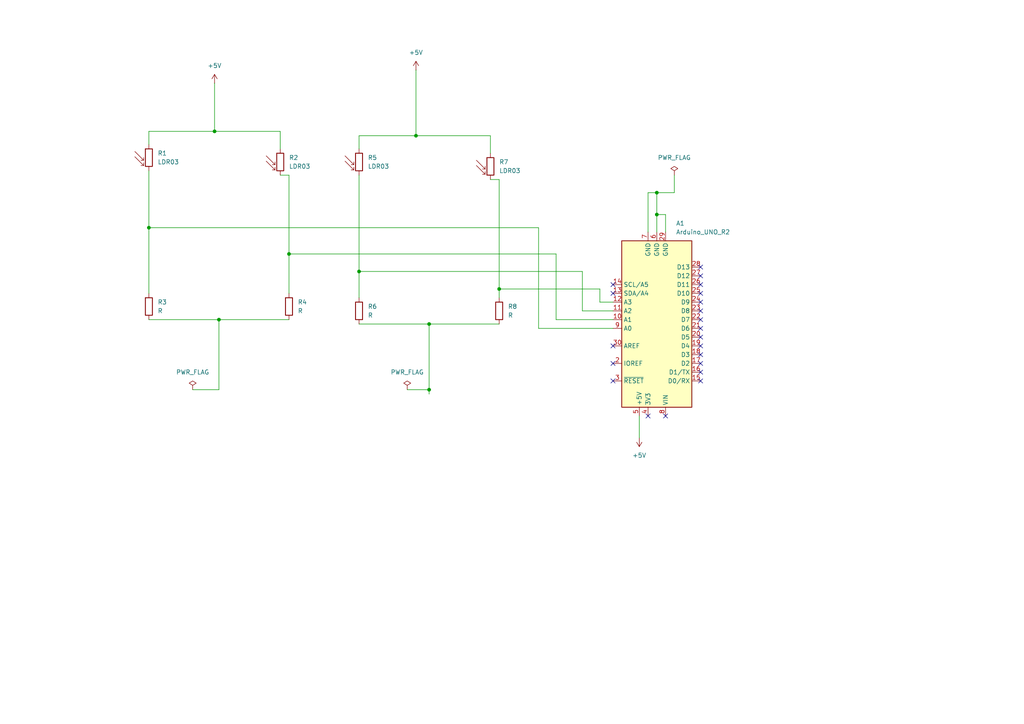
<source format=kicad_sch>
(kicad_sch
	(version 20231120)
	(generator "eeschema")
	(generator_version "8.0")
	(uuid "b34d6a00-81c1-40a4-994c-1aa277b133d3")
	(paper "A4")
	(lib_symbols
		(symbol "Device:R"
			(pin_numbers hide)
			(pin_names
				(offset 0)
			)
			(exclude_from_sim no)
			(in_bom yes)
			(on_board yes)
			(property "Reference" "R"
				(at 2.032 0 90)
				(effects
					(font
						(size 1.27 1.27)
					)
				)
			)
			(property "Value" "R"
				(at 0 0 90)
				(effects
					(font
						(size 1.27 1.27)
					)
				)
			)
			(property "Footprint" ""
				(at -1.778 0 90)
				(effects
					(font
						(size 1.27 1.27)
					)
					(hide yes)
				)
			)
			(property "Datasheet" "~"
				(at 0 0 0)
				(effects
					(font
						(size 1.27 1.27)
					)
					(hide yes)
				)
			)
			(property "Description" "Resistor"
				(at 0 0 0)
				(effects
					(font
						(size 1.27 1.27)
					)
					(hide yes)
				)
			)
			(property "ki_keywords" "R res resistor"
				(at 0 0 0)
				(effects
					(font
						(size 1.27 1.27)
					)
					(hide yes)
				)
			)
			(property "ki_fp_filters" "R_*"
				(at 0 0 0)
				(effects
					(font
						(size 1.27 1.27)
					)
					(hide yes)
				)
			)
			(symbol "R_0_1"
				(rectangle
					(start -1.016 -2.54)
					(end 1.016 2.54)
					(stroke
						(width 0.254)
						(type default)
					)
					(fill
						(type none)
					)
				)
			)
			(symbol "R_1_1"
				(pin passive line
					(at 0 3.81 270)
					(length 1.27)
					(name "~"
						(effects
							(font
								(size 1.27 1.27)
							)
						)
					)
					(number "1"
						(effects
							(font
								(size 1.27 1.27)
							)
						)
					)
				)
				(pin passive line
					(at 0 -3.81 90)
					(length 1.27)
					(name "~"
						(effects
							(font
								(size 1.27 1.27)
							)
						)
					)
					(number "2"
						(effects
							(font
								(size 1.27 1.27)
							)
						)
					)
				)
			)
		)
		(symbol "MCU_Module:Arduino_UNO_R2"
			(exclude_from_sim no)
			(in_bom yes)
			(on_board yes)
			(property "Reference" "A"
				(at -10.16 23.495 0)
				(effects
					(font
						(size 1.27 1.27)
					)
					(justify left bottom)
				)
			)
			(property "Value" "Arduino_UNO_R2"
				(at 5.08 -26.67 0)
				(effects
					(font
						(size 1.27 1.27)
					)
					(justify left top)
				)
			)
			(property "Footprint" "Module:Arduino_UNO_R2"
				(at 0 0 0)
				(effects
					(font
						(size 1.27 1.27)
						(italic yes)
					)
					(hide yes)
				)
			)
			(property "Datasheet" "https://www.arduino.cc/en/Main/arduinoBoardUno"
				(at 0 0 0)
				(effects
					(font
						(size 1.27 1.27)
					)
					(hide yes)
				)
			)
			(property "Description" "Arduino UNO Microcontroller Module, release 2"
				(at 0 0 0)
				(effects
					(font
						(size 1.27 1.27)
					)
					(hide yes)
				)
			)
			(property "ki_keywords" "Arduino UNO R3 Microcontroller Module Atmel AVR USB"
				(at 0 0 0)
				(effects
					(font
						(size 1.27 1.27)
					)
					(hide yes)
				)
			)
			(property "ki_fp_filters" "Arduino*UNO*R2*"
				(at 0 0 0)
				(effects
					(font
						(size 1.27 1.27)
					)
					(hide yes)
				)
			)
			(symbol "Arduino_UNO_R2_0_1"
				(rectangle
					(start -10.16 22.86)
					(end 10.16 -25.4)
					(stroke
						(width 0.254)
						(type default)
					)
					(fill
						(type background)
					)
				)
			)
			(symbol "Arduino_UNO_R2_1_1"
				(pin no_connect line
					(at -10.16 -20.32 0)
					(length 2.54) hide
					(name "NC"
						(effects
							(font
								(size 1.27 1.27)
							)
						)
					)
					(number "1"
						(effects
							(font
								(size 1.27 1.27)
							)
						)
					)
				)
				(pin bidirectional line
					(at 12.7 -2.54 180)
					(length 2.54)
					(name "A1"
						(effects
							(font
								(size 1.27 1.27)
							)
						)
					)
					(number "10"
						(effects
							(font
								(size 1.27 1.27)
							)
						)
					)
				)
				(pin bidirectional line
					(at 12.7 -5.08 180)
					(length 2.54)
					(name "A2"
						(effects
							(font
								(size 1.27 1.27)
							)
						)
					)
					(number "11"
						(effects
							(font
								(size 1.27 1.27)
							)
						)
					)
				)
				(pin bidirectional line
					(at 12.7 -7.62 180)
					(length 2.54)
					(name "A3"
						(effects
							(font
								(size 1.27 1.27)
							)
						)
					)
					(number "12"
						(effects
							(font
								(size 1.27 1.27)
							)
						)
					)
				)
				(pin bidirectional line
					(at 12.7 -10.16 180)
					(length 2.54)
					(name "SDA/A4"
						(effects
							(font
								(size 1.27 1.27)
							)
						)
					)
					(number "13"
						(effects
							(font
								(size 1.27 1.27)
							)
						)
					)
				)
				(pin bidirectional line
					(at 12.7 -12.7 180)
					(length 2.54)
					(name "SCL/A5"
						(effects
							(font
								(size 1.27 1.27)
							)
						)
					)
					(number "14"
						(effects
							(font
								(size 1.27 1.27)
							)
						)
					)
				)
				(pin bidirectional line
					(at -12.7 15.24 0)
					(length 2.54)
					(name "D0/RX"
						(effects
							(font
								(size 1.27 1.27)
							)
						)
					)
					(number "15"
						(effects
							(font
								(size 1.27 1.27)
							)
						)
					)
				)
				(pin bidirectional line
					(at -12.7 12.7 0)
					(length 2.54)
					(name "D1/TX"
						(effects
							(font
								(size 1.27 1.27)
							)
						)
					)
					(number "16"
						(effects
							(font
								(size 1.27 1.27)
							)
						)
					)
				)
				(pin bidirectional line
					(at -12.7 10.16 0)
					(length 2.54)
					(name "D2"
						(effects
							(font
								(size 1.27 1.27)
							)
						)
					)
					(number "17"
						(effects
							(font
								(size 1.27 1.27)
							)
						)
					)
				)
				(pin bidirectional line
					(at -12.7 7.62 0)
					(length 2.54)
					(name "D3"
						(effects
							(font
								(size 1.27 1.27)
							)
						)
					)
					(number "18"
						(effects
							(font
								(size 1.27 1.27)
							)
						)
					)
				)
				(pin bidirectional line
					(at -12.7 5.08 0)
					(length 2.54)
					(name "D4"
						(effects
							(font
								(size 1.27 1.27)
							)
						)
					)
					(number "19"
						(effects
							(font
								(size 1.27 1.27)
							)
						)
					)
				)
				(pin output line
					(at 12.7 10.16 180)
					(length 2.54)
					(name "IOREF"
						(effects
							(font
								(size 1.27 1.27)
							)
						)
					)
					(number "2"
						(effects
							(font
								(size 1.27 1.27)
							)
						)
					)
				)
				(pin bidirectional line
					(at -12.7 2.54 0)
					(length 2.54)
					(name "D5"
						(effects
							(font
								(size 1.27 1.27)
							)
						)
					)
					(number "20"
						(effects
							(font
								(size 1.27 1.27)
							)
						)
					)
				)
				(pin bidirectional line
					(at -12.7 0 0)
					(length 2.54)
					(name "D6"
						(effects
							(font
								(size 1.27 1.27)
							)
						)
					)
					(number "21"
						(effects
							(font
								(size 1.27 1.27)
							)
						)
					)
				)
				(pin bidirectional line
					(at -12.7 -2.54 0)
					(length 2.54)
					(name "D7"
						(effects
							(font
								(size 1.27 1.27)
							)
						)
					)
					(number "22"
						(effects
							(font
								(size 1.27 1.27)
							)
						)
					)
				)
				(pin bidirectional line
					(at -12.7 -5.08 0)
					(length 2.54)
					(name "D8"
						(effects
							(font
								(size 1.27 1.27)
							)
						)
					)
					(number "23"
						(effects
							(font
								(size 1.27 1.27)
							)
						)
					)
				)
				(pin bidirectional line
					(at -12.7 -7.62 0)
					(length 2.54)
					(name "D9"
						(effects
							(font
								(size 1.27 1.27)
							)
						)
					)
					(number "24"
						(effects
							(font
								(size 1.27 1.27)
							)
						)
					)
				)
				(pin bidirectional line
					(at -12.7 -10.16 0)
					(length 2.54)
					(name "D10"
						(effects
							(font
								(size 1.27 1.27)
							)
						)
					)
					(number "25"
						(effects
							(font
								(size 1.27 1.27)
							)
						)
					)
				)
				(pin bidirectional line
					(at -12.7 -12.7 0)
					(length 2.54)
					(name "D11"
						(effects
							(font
								(size 1.27 1.27)
							)
						)
					)
					(number "26"
						(effects
							(font
								(size 1.27 1.27)
							)
						)
					)
				)
				(pin bidirectional line
					(at -12.7 -15.24 0)
					(length 2.54)
					(name "D12"
						(effects
							(font
								(size 1.27 1.27)
							)
						)
					)
					(number "27"
						(effects
							(font
								(size 1.27 1.27)
							)
						)
					)
				)
				(pin bidirectional line
					(at -12.7 -17.78 0)
					(length 2.54)
					(name "D13"
						(effects
							(font
								(size 1.27 1.27)
							)
						)
					)
					(number "28"
						(effects
							(font
								(size 1.27 1.27)
							)
						)
					)
				)
				(pin power_in line
					(at -2.54 -27.94 90)
					(length 2.54)
					(name "GND"
						(effects
							(font
								(size 1.27 1.27)
							)
						)
					)
					(number "29"
						(effects
							(font
								(size 1.27 1.27)
							)
						)
					)
				)
				(pin input line
					(at 12.7 15.24 180)
					(length 2.54)
					(name "~{RESET}"
						(effects
							(font
								(size 1.27 1.27)
							)
						)
					)
					(number "3"
						(effects
							(font
								(size 1.27 1.27)
							)
						)
					)
				)
				(pin input line
					(at 12.7 5.08 180)
					(length 2.54)
					(name "AREF"
						(effects
							(font
								(size 1.27 1.27)
							)
						)
					)
					(number "30"
						(effects
							(font
								(size 1.27 1.27)
							)
						)
					)
				)
				(pin power_out line
					(at 2.54 25.4 270)
					(length 2.54)
					(name "3V3"
						(effects
							(font
								(size 1.27 1.27)
							)
						)
					)
					(number "4"
						(effects
							(font
								(size 1.27 1.27)
							)
						)
					)
				)
				(pin power_out line
					(at 5.08 25.4 270)
					(length 2.54)
					(name "+5V"
						(effects
							(font
								(size 1.27 1.27)
							)
						)
					)
					(number "5"
						(effects
							(font
								(size 1.27 1.27)
							)
						)
					)
				)
				(pin power_in line
					(at 0 -27.94 90)
					(length 2.54)
					(name "GND"
						(effects
							(font
								(size 1.27 1.27)
							)
						)
					)
					(number "6"
						(effects
							(font
								(size 1.27 1.27)
							)
						)
					)
				)
				(pin power_in line
					(at 2.54 -27.94 90)
					(length 2.54)
					(name "GND"
						(effects
							(font
								(size 1.27 1.27)
							)
						)
					)
					(number "7"
						(effects
							(font
								(size 1.27 1.27)
							)
						)
					)
				)
				(pin power_in line
					(at -2.54 25.4 270)
					(length 2.54)
					(name "VIN"
						(effects
							(font
								(size 1.27 1.27)
							)
						)
					)
					(number "8"
						(effects
							(font
								(size 1.27 1.27)
							)
						)
					)
				)
				(pin bidirectional line
					(at 12.7 0 180)
					(length 2.54)
					(name "A0"
						(effects
							(font
								(size 1.27 1.27)
							)
						)
					)
					(number "9"
						(effects
							(font
								(size 1.27 1.27)
							)
						)
					)
				)
			)
		)
		(symbol "Sensor_Optical:LDR03"
			(pin_numbers hide)
			(pin_names
				(offset 0)
			)
			(exclude_from_sim no)
			(in_bom yes)
			(on_board yes)
			(property "Reference" "R"
				(at -5.08 0 90)
				(effects
					(font
						(size 1.27 1.27)
					)
				)
			)
			(property "Value" "LDR03"
				(at 1.905 0 90)
				(effects
					(font
						(size 1.27 1.27)
					)
					(justify top)
				)
			)
			(property "Footprint" "OptoDevice:R_LDR_10x8.5mm_P7.6mm_Vertical"
				(at 4.445 0 90)
				(effects
					(font
						(size 1.27 1.27)
					)
					(hide yes)
				)
			)
			(property "Datasheet" "http://www.elektronica-componenten.nl/WebRoot/StoreNL/Shops/61422969/54F1/BA0C/C664/31B9/2173/C0A8/2AB9/2AEF/LDR03IMP.pdf"
				(at 0 -1.27 0)
				(effects
					(font
						(size 1.27 1.27)
					)
					(hide yes)
				)
			)
			(property "Description" "light dependent resistor"
				(at 0 0 0)
				(effects
					(font
						(size 1.27 1.27)
					)
					(hide yes)
				)
			)
			(property "ki_keywords" "light dependent photo resistor LDR"
				(at 0 0 0)
				(effects
					(font
						(size 1.27 1.27)
					)
					(hide yes)
				)
			)
			(property "ki_fp_filters" "R*LDR*10x8.5mm*P7.6mm*"
				(at 0 0 0)
				(effects
					(font
						(size 1.27 1.27)
					)
					(hide yes)
				)
			)
			(symbol "LDR03_0_1"
				(rectangle
					(start -1.016 2.54)
					(end 1.016 -2.54)
					(stroke
						(width 0.254)
						(type default)
					)
					(fill
						(type none)
					)
				)
				(polyline
					(pts
						(xy -1.524 -2.286) (xy -4.064 0.254)
					)
					(stroke
						(width 0)
						(type default)
					)
					(fill
						(type none)
					)
				)
				(polyline
					(pts
						(xy -1.524 -2.286) (xy -2.286 -2.286)
					)
					(stroke
						(width 0)
						(type default)
					)
					(fill
						(type none)
					)
				)
				(polyline
					(pts
						(xy -1.524 -2.286) (xy -1.524 -1.524)
					)
					(stroke
						(width 0)
						(type default)
					)
					(fill
						(type none)
					)
				)
				(polyline
					(pts
						(xy -1.524 -0.762) (xy -4.064 1.778)
					)
					(stroke
						(width 0)
						(type default)
					)
					(fill
						(type none)
					)
				)
				(polyline
					(pts
						(xy -1.524 -0.762) (xy -2.286 -0.762)
					)
					(stroke
						(width 0)
						(type default)
					)
					(fill
						(type none)
					)
				)
				(polyline
					(pts
						(xy -1.524 -0.762) (xy -1.524 0)
					)
					(stroke
						(width 0)
						(type default)
					)
					(fill
						(type none)
					)
				)
			)
			(symbol "LDR03_1_1"
				(pin passive line
					(at 0 3.81 270)
					(length 1.27)
					(name "~"
						(effects
							(font
								(size 1.27 1.27)
							)
						)
					)
					(number "1"
						(effects
							(font
								(size 1.27 1.27)
							)
						)
					)
				)
				(pin passive line
					(at 0 -3.81 90)
					(length 1.27)
					(name "~"
						(effects
							(font
								(size 1.27 1.27)
							)
						)
					)
					(number "2"
						(effects
							(font
								(size 1.27 1.27)
							)
						)
					)
				)
			)
		)
		(symbol "power:+5V"
			(power)
			(pin_numbers hide)
			(pin_names
				(offset 0) hide)
			(exclude_from_sim no)
			(in_bom yes)
			(on_board yes)
			(property "Reference" "#PWR"
				(at 0 -3.81 0)
				(effects
					(font
						(size 1.27 1.27)
					)
					(hide yes)
				)
			)
			(property "Value" "+5V"
				(at 0 3.556 0)
				(effects
					(font
						(size 1.27 1.27)
					)
				)
			)
			(property "Footprint" ""
				(at 0 0 0)
				(effects
					(font
						(size 1.27 1.27)
					)
					(hide yes)
				)
			)
			(property "Datasheet" ""
				(at 0 0 0)
				(effects
					(font
						(size 1.27 1.27)
					)
					(hide yes)
				)
			)
			(property "Description" "Power symbol creates a global label with name \"+5V\""
				(at 0 0 0)
				(effects
					(font
						(size 1.27 1.27)
					)
					(hide yes)
				)
			)
			(property "ki_keywords" "global power"
				(at 0 0 0)
				(effects
					(font
						(size 1.27 1.27)
					)
					(hide yes)
				)
			)
			(symbol "+5V_0_1"
				(polyline
					(pts
						(xy -0.762 1.27) (xy 0 2.54)
					)
					(stroke
						(width 0)
						(type default)
					)
					(fill
						(type none)
					)
				)
				(polyline
					(pts
						(xy 0 0) (xy 0 2.54)
					)
					(stroke
						(width 0)
						(type default)
					)
					(fill
						(type none)
					)
				)
				(polyline
					(pts
						(xy 0 2.54) (xy 0.762 1.27)
					)
					(stroke
						(width 0)
						(type default)
					)
					(fill
						(type none)
					)
				)
			)
			(symbol "+5V_1_1"
				(pin power_in line
					(at 0 0 90)
					(length 0)
					(name "~"
						(effects
							(font
								(size 1.27 1.27)
							)
						)
					)
					(number "1"
						(effects
							(font
								(size 1.27 1.27)
							)
						)
					)
				)
			)
		)
		(symbol "power:PWR_FLAG"
			(power)
			(pin_numbers hide)
			(pin_names
				(offset 0) hide)
			(exclude_from_sim no)
			(in_bom yes)
			(on_board yes)
			(property "Reference" "#FLG"
				(at 0 1.905 0)
				(effects
					(font
						(size 1.27 1.27)
					)
					(hide yes)
				)
			)
			(property "Value" "PWR_FLAG"
				(at 0 3.81 0)
				(effects
					(font
						(size 1.27 1.27)
					)
				)
			)
			(property "Footprint" ""
				(at 0 0 0)
				(effects
					(font
						(size 1.27 1.27)
					)
					(hide yes)
				)
			)
			(property "Datasheet" "~"
				(at 0 0 0)
				(effects
					(font
						(size 1.27 1.27)
					)
					(hide yes)
				)
			)
			(property "Description" "Special symbol for telling ERC where power comes from"
				(at 0 0 0)
				(effects
					(font
						(size 1.27 1.27)
					)
					(hide yes)
				)
			)
			(property "ki_keywords" "flag power"
				(at 0 0 0)
				(effects
					(font
						(size 1.27 1.27)
					)
					(hide yes)
				)
			)
			(symbol "PWR_FLAG_0_0"
				(pin power_out line
					(at 0 0 90)
					(length 0)
					(name "~"
						(effects
							(font
								(size 1.27 1.27)
							)
						)
					)
					(number "1"
						(effects
							(font
								(size 1.27 1.27)
							)
						)
					)
				)
			)
			(symbol "PWR_FLAG_0_1"
				(polyline
					(pts
						(xy 0 0) (xy 0 1.27) (xy -1.016 1.905) (xy 0 2.54) (xy 1.016 1.905) (xy 0 1.27)
					)
					(stroke
						(width 0)
						(type default)
					)
					(fill
						(type none)
					)
				)
			)
		)
	)
	(junction
		(at 83.82 73.66)
		(diameter 0)
		(color 0 0 0 0)
		(uuid "0002072f-f0bd-4907-a3fe-6a052f905cab")
	)
	(junction
		(at 190.5 62.23)
		(diameter 0)
		(color 0 0 0 0)
		(uuid "25fc8f0c-a8fd-4337-aa14-8c8f88339272")
	)
	(junction
		(at 62.23 38.1)
		(diameter 0)
		(color 0 0 0 0)
		(uuid "2b121915-963d-4900-8c61-19cf421dae09")
	)
	(junction
		(at 144.78 83.82)
		(diameter 0)
		(color 0 0 0 0)
		(uuid "3b268a37-72fe-4b57-8c93-cea70d935d8f")
	)
	(junction
		(at 63.5 92.71)
		(diameter 0)
		(color 0 0 0 0)
		(uuid "94b45382-5598-4097-8fd3-ace443531d70")
	)
	(junction
		(at 124.46 113.03)
		(diameter 0)
		(color 0 0 0 0)
		(uuid "a1bb431a-f426-46bd-a9ba-4fd08d8d0482")
	)
	(junction
		(at 120.65 39.37)
		(diameter 0)
		(color 0 0 0 0)
		(uuid "a76d4aa5-eac9-4849-b92b-5c52f29ffbdf")
	)
	(junction
		(at 190.5 55.88)
		(diameter 0)
		(color 0 0 0 0)
		(uuid "ab703f79-d46c-4ba4-a939-bf9ceeba3401")
	)
	(junction
		(at 124.46 93.98)
		(diameter 0)
		(color 0 0 0 0)
		(uuid "e0ec6046-3d43-48cb-9cfa-a7dfe00fe432")
	)
	(junction
		(at 43.18 66.04)
		(diameter 0)
		(color 0 0 0 0)
		(uuid "f5edfd69-5966-4526-9d43-d78a036a2334")
	)
	(junction
		(at 104.14 78.74)
		(diameter 0)
		(color 0 0 0 0)
		(uuid "fce68545-6bed-4cfa-9779-24cb06c5128b")
	)
	(no_connect
		(at 203.2 77.47)
		(uuid "04a610ec-96e0-479b-90cf-a895ae4faef5")
	)
	(no_connect
		(at 177.8 85.09)
		(uuid "052979a6-4ed1-4c4f-8e0a-934336e8ca04")
	)
	(no_connect
		(at 177.8 100.33)
		(uuid "0b1ac702-0c3f-4d8e-82da-d0577d1fad04")
	)
	(no_connect
		(at 203.2 105.41)
		(uuid "0bbeac50-0211-4856-9ddb-14ccac178782")
	)
	(no_connect
		(at 203.2 100.33)
		(uuid "18345d4a-2719-4b54-8cc8-8b9ce840e97d")
	)
	(no_connect
		(at 203.2 92.71)
		(uuid "2814c583-ed25-4545-94d9-fe61e049dd4a")
	)
	(no_connect
		(at 177.8 82.55)
		(uuid "29941c24-35dd-49f3-bb64-49710f7d9fd4")
	)
	(no_connect
		(at 203.2 82.55)
		(uuid "2b3ecaa3-2b2b-48ed-b74f-f8971f67e624")
	)
	(no_connect
		(at 187.96 120.65)
		(uuid "38d31f9b-28ee-4d3a-8920-69bd847230a7")
	)
	(no_connect
		(at 203.2 107.95)
		(uuid "532ae9d2-011c-4ce1-8583-b7a5c9d77da6")
	)
	(no_connect
		(at 203.2 87.63)
		(uuid "5d86affa-9002-4f59-af88-6d51eaa4239b")
	)
	(no_connect
		(at 203.2 102.87)
		(uuid "5f1d10db-6174-4ef2-b2e8-4bb81fd4457a")
	)
	(no_connect
		(at 177.8 110.49)
		(uuid "7a30e6e1-280c-486f-8d62-8fc52931799e")
	)
	(no_connect
		(at 203.2 110.49)
		(uuid "7bee95d1-2740-468f-a957-45f22e86ac9b")
	)
	(no_connect
		(at 203.2 85.09)
		(uuid "7cdc39d0-2dd3-4c5d-be7e-9ed8a06f0275")
	)
	(no_connect
		(at 203.2 97.79)
		(uuid "899ef6ca-e759-4b29-96c0-6d684ab6a825")
	)
	(no_connect
		(at 203.2 90.17)
		(uuid "f074bc24-509f-409c-9f91-83c8d2e76cde")
	)
	(no_connect
		(at 193.04 120.65)
		(uuid "f1e5f114-aae3-4bc4-9d69-c5795dd080fd")
	)
	(no_connect
		(at 203.2 80.01)
		(uuid "f30ad3d5-080a-4789-9048-8fb02a7527b1")
	)
	(no_connect
		(at 203.2 95.25)
		(uuid "f6ce0d85-09b0-4444-af36-f1e6dad297ac")
	)
	(no_connect
		(at 177.8 105.41)
		(uuid "fd3460ef-4d7c-4e4a-8876-cabffd11ee5d")
	)
	(wire
		(pts
			(xy 156.21 95.25) (xy 177.8 95.25)
		)
		(stroke
			(width 0)
			(type default)
		)
		(uuid "002a142b-cd80-41c8-b44c-f6cc96cd880b")
	)
	(wire
		(pts
			(xy 104.14 50.8) (xy 104.14 78.74)
		)
		(stroke
			(width 0)
			(type default)
		)
		(uuid "01ba0add-5f6f-4e7e-bc5e-fbaac592f50d")
	)
	(wire
		(pts
			(xy 104.14 93.98) (xy 124.46 93.98)
		)
		(stroke
			(width 0)
			(type default)
		)
		(uuid "08ae2cbf-abdb-4b14-b89e-39b3b4cef758")
	)
	(wire
		(pts
			(xy 124.46 113.03) (xy 124.46 114.3)
		)
		(stroke
			(width 0)
			(type default)
		)
		(uuid "0b91f075-2682-48fe-bd82-bfb97e0c389a")
	)
	(wire
		(pts
			(xy 144.78 52.07) (xy 142.24 52.07)
		)
		(stroke
			(width 0)
			(type default)
		)
		(uuid "11128aca-8ca1-4b3b-b056-dc59d5c119f8")
	)
	(wire
		(pts
			(xy 144.78 83.82) (xy 173.99 83.82)
		)
		(stroke
			(width 0)
			(type default)
		)
		(uuid "15083fff-c894-4fef-8105-d6085bbed656")
	)
	(wire
		(pts
			(xy 142.24 39.37) (xy 142.24 44.45)
		)
		(stroke
			(width 0)
			(type default)
		)
		(uuid "22d4f2f3-f2f8-4aec-8468-6bce2f8ac3c5")
	)
	(wire
		(pts
			(xy 195.58 55.88) (xy 195.58 50.8)
		)
		(stroke
			(width 0)
			(type default)
		)
		(uuid "274b5ee1-de9e-4757-b51c-c8500e5ee5dd")
	)
	(wire
		(pts
			(xy 161.29 92.71) (xy 177.8 92.71)
		)
		(stroke
			(width 0)
			(type default)
		)
		(uuid "30325ecd-9465-42c8-9488-aafdefaecde1")
	)
	(wire
		(pts
			(xy 156.21 66.04) (xy 156.21 95.25)
		)
		(stroke
			(width 0)
			(type default)
		)
		(uuid "32f39946-835c-4635-831f-990aa65cea82")
	)
	(wire
		(pts
			(xy 120.65 20.32) (xy 120.65 39.37)
		)
		(stroke
			(width 0)
			(type default)
		)
		(uuid "3713c2c5-8869-44af-8029-baa4083a65e9")
	)
	(wire
		(pts
			(xy 104.14 78.74) (xy 168.91 78.74)
		)
		(stroke
			(width 0)
			(type default)
		)
		(uuid "40c11280-5ed4-466d-beda-892d15a19ecf")
	)
	(wire
		(pts
			(xy 83.82 73.66) (xy 161.29 73.66)
		)
		(stroke
			(width 0)
			(type default)
		)
		(uuid "4b4f78a7-802e-46de-8eb7-9264089f5350")
	)
	(wire
		(pts
			(xy 104.14 43.18) (xy 104.14 39.37)
		)
		(stroke
			(width 0)
			(type default)
		)
		(uuid "4c442b08-03cb-48f0-998f-105fcd47c56e")
	)
	(wire
		(pts
			(xy 124.46 93.98) (xy 124.46 113.03)
		)
		(stroke
			(width 0)
			(type default)
		)
		(uuid "514b1e56-4e12-418d-bd77-301a443cbcfe")
	)
	(wire
		(pts
			(xy 190.5 55.88) (xy 195.58 55.88)
		)
		(stroke
			(width 0)
			(type default)
		)
		(uuid "5639d61c-d98a-4769-b127-7d259cd2acf3")
	)
	(wire
		(pts
			(xy 193.04 62.23) (xy 190.5 62.23)
		)
		(stroke
			(width 0)
			(type default)
		)
		(uuid "571117a4-e0b4-4e33-9697-4cb0e3e2b9eb")
	)
	(wire
		(pts
			(xy 193.04 67.31) (xy 193.04 62.23)
		)
		(stroke
			(width 0)
			(type default)
		)
		(uuid "5fde5d1f-64da-4e88-a397-fdd5d8006456")
	)
	(wire
		(pts
			(xy 43.18 92.71) (xy 63.5 92.71)
		)
		(stroke
			(width 0)
			(type default)
		)
		(uuid "6d2f5e68-bc28-4f55-9862-536d19743c80")
	)
	(wire
		(pts
			(xy 83.82 73.66) (xy 83.82 50.8)
		)
		(stroke
			(width 0)
			(type default)
		)
		(uuid "6fc5cbad-9e60-46d6-8a8d-6ae1222353bd")
	)
	(wire
		(pts
			(xy 187.96 67.31) (xy 187.96 55.88)
		)
		(stroke
			(width 0)
			(type default)
		)
		(uuid "7487de5c-e17d-4389-8578-e3cef76b15c7")
	)
	(wire
		(pts
			(xy 185.42 120.65) (xy 185.42 127)
		)
		(stroke
			(width 0)
			(type default)
		)
		(uuid "76cd3291-5062-4d12-9621-749cc6475898")
	)
	(wire
		(pts
			(xy 190.5 55.88) (xy 190.5 62.23)
		)
		(stroke
			(width 0)
			(type default)
		)
		(uuid "7aa89d1d-d61d-495e-b8ff-62b7a79b24d2")
	)
	(wire
		(pts
			(xy 190.5 62.23) (xy 190.5 67.31)
		)
		(stroke
			(width 0)
			(type default)
		)
		(uuid "7f466083-b558-4a72-a145-f8de45799c28")
	)
	(wire
		(pts
			(xy 124.46 93.98) (xy 144.78 93.98)
		)
		(stroke
			(width 0)
			(type default)
		)
		(uuid "81ff93f2-2dbe-498e-be53-1f00bcc5fab6")
	)
	(wire
		(pts
			(xy 43.18 66.04) (xy 43.18 85.09)
		)
		(stroke
			(width 0)
			(type default)
		)
		(uuid "836ddd44-0ec5-4fac-bc70-2125738d829a")
	)
	(wire
		(pts
			(xy 63.5 92.71) (xy 83.82 92.71)
		)
		(stroke
			(width 0)
			(type default)
		)
		(uuid "8441c3af-1d76-4278-a69a-eff68b450732")
	)
	(wire
		(pts
			(xy 187.96 55.88) (xy 190.5 55.88)
		)
		(stroke
			(width 0)
			(type default)
		)
		(uuid "863902cc-4755-4eed-9cff-f940a1437a1d")
	)
	(wire
		(pts
			(xy 43.18 38.1) (xy 62.23 38.1)
		)
		(stroke
			(width 0)
			(type default)
		)
		(uuid "97cb0019-8ff9-4ec2-851c-90438fe829f2")
	)
	(wire
		(pts
			(xy 62.23 38.1) (xy 81.28 38.1)
		)
		(stroke
			(width 0)
			(type default)
		)
		(uuid "a0644f96-7660-450a-a5ab-d5d04617bd48")
	)
	(wire
		(pts
			(xy 62.23 24.13) (xy 62.23 38.1)
		)
		(stroke
			(width 0)
			(type default)
		)
		(uuid "a1da6f22-df3d-45cb-8017-54de28485277")
	)
	(wire
		(pts
			(xy 118.11 113.03) (xy 124.46 113.03)
		)
		(stroke
			(width 0)
			(type default)
		)
		(uuid "a288320a-31b9-418b-93dd-92bd1cb65214")
	)
	(wire
		(pts
			(xy 168.91 90.17) (xy 177.8 90.17)
		)
		(stroke
			(width 0)
			(type default)
		)
		(uuid "a8f11ac4-42da-4056-ba6d-a4674901b39f")
	)
	(wire
		(pts
			(xy 104.14 39.37) (xy 120.65 39.37)
		)
		(stroke
			(width 0)
			(type default)
		)
		(uuid "a9f4e1fe-f262-4304-b4f2-bd16c4e695e7")
	)
	(wire
		(pts
			(xy 144.78 86.36) (xy 144.78 83.82)
		)
		(stroke
			(width 0)
			(type default)
		)
		(uuid "aec42a77-429f-49d9-9983-2dddef4747a1")
	)
	(wire
		(pts
			(xy 83.82 50.8) (xy 81.28 50.8)
		)
		(stroke
			(width 0)
			(type default)
		)
		(uuid "b944a9d6-9cea-4150-86e2-7cd0d03b3e9f")
	)
	(wire
		(pts
			(xy 144.78 83.82) (xy 144.78 52.07)
		)
		(stroke
			(width 0)
			(type default)
		)
		(uuid "c021cf0c-31c0-46fc-b078-1f363b063067")
	)
	(wire
		(pts
			(xy 104.14 78.74) (xy 104.14 86.36)
		)
		(stroke
			(width 0)
			(type default)
		)
		(uuid "c265aa17-96af-4ceb-886e-96aa908bf5f4")
	)
	(wire
		(pts
			(xy 161.29 73.66) (xy 161.29 92.71)
		)
		(stroke
			(width 0)
			(type default)
		)
		(uuid "cc83b7be-54c7-43b0-91a7-aee96d28837f")
	)
	(wire
		(pts
			(xy 55.88 113.03) (xy 63.5 113.03)
		)
		(stroke
			(width 0)
			(type default)
		)
		(uuid "cda4e016-a4fe-4c5b-bcf3-6f43287bef09")
	)
	(wire
		(pts
			(xy 43.18 41.91) (xy 43.18 38.1)
		)
		(stroke
			(width 0)
			(type default)
		)
		(uuid "cf3960e1-4185-473c-8a4e-c307488987f7")
	)
	(wire
		(pts
			(xy 173.99 87.63) (xy 177.8 87.63)
		)
		(stroke
			(width 0)
			(type default)
		)
		(uuid "d000b1f3-c5e0-4f28-93f2-4582da1423a9")
	)
	(wire
		(pts
			(xy 168.91 78.74) (xy 168.91 90.17)
		)
		(stroke
			(width 0)
			(type default)
		)
		(uuid "d0aaba74-14ca-4942-83f5-69c862856f9e")
	)
	(wire
		(pts
			(xy 81.28 38.1) (xy 81.28 43.18)
		)
		(stroke
			(width 0)
			(type default)
		)
		(uuid "d0ee4dda-be77-415d-aeb0-fe5182488dfe")
	)
	(wire
		(pts
			(xy 63.5 92.71) (xy 63.5 113.03)
		)
		(stroke
			(width 0)
			(type default)
		)
		(uuid "d993300d-4fc9-4d0a-a9d5-efe476881ed3")
	)
	(wire
		(pts
			(xy 43.18 66.04) (xy 156.21 66.04)
		)
		(stroke
			(width 0)
			(type default)
		)
		(uuid "e4ac300e-0ee7-46e4-a212-2908ecfb4f1a")
	)
	(wire
		(pts
			(xy 173.99 83.82) (xy 173.99 87.63)
		)
		(stroke
			(width 0)
			(type default)
		)
		(uuid "ea1f4eb7-7adb-4d35-b172-db3e8b1bac82")
	)
	(wire
		(pts
			(xy 83.82 85.09) (xy 83.82 73.66)
		)
		(stroke
			(width 0)
			(type default)
		)
		(uuid "f0f9bed8-9f4d-45ba-9da6-1cc3548ae0d4")
	)
	(wire
		(pts
			(xy 120.65 39.37) (xy 142.24 39.37)
		)
		(stroke
			(width 0)
			(type default)
		)
		(uuid "f544c6f9-3d49-47b2-b7a2-504c3cf4a851")
	)
	(wire
		(pts
			(xy 43.18 49.53) (xy 43.18 66.04)
		)
		(stroke
			(width 0)
			(type default)
		)
		(uuid "f92abe8b-1bbf-4ac3-ba8f-1e765fb330b9")
	)
	(symbol
		(lib_id "power:+5V")
		(at 185.42 127 180)
		(unit 1)
		(exclude_from_sim no)
		(in_bom yes)
		(on_board yes)
		(dnp no)
		(fields_autoplaced yes)
		(uuid "0b57613c-fdfa-4db6-9133-8fdb9ee28e70")
		(property "Reference" "#PWR06"
			(at 185.42 123.19 0)
			(effects
				(font
					(size 1.27 1.27)
				)
				(hide yes)
			)
		)
		(property "Value" "+5V"
			(at 185.42 132.08 0)
			(effects
				(font
					(size 1.27 1.27)
				)
			)
		)
		(property "Footprint" ""
			(at 185.42 127 0)
			(effects
				(font
					(size 1.27 1.27)
				)
				(hide yes)
			)
		)
		(property "Datasheet" ""
			(at 185.42 127 0)
			(effects
				(font
					(size 1.27 1.27)
				)
				(hide yes)
			)
		)
		(property "Description" "Power symbol creates a global label with name \"+5V\""
			(at 185.42 127 0)
			(effects
				(font
					(size 1.27 1.27)
				)
				(hide yes)
			)
		)
		(pin "1"
			(uuid "ec7e6c16-99b4-491c-9a89-07adc024f5d6")
		)
		(instances
			(project ""
				(path "/b34d6a00-81c1-40a4-994c-1aa277b133d3"
					(reference "#PWR06")
					(unit 1)
				)
			)
		)
	)
	(symbol
		(lib_id "power:PWR_FLAG")
		(at 55.88 113.03 0)
		(unit 1)
		(exclude_from_sim no)
		(in_bom yes)
		(on_board yes)
		(dnp no)
		(fields_autoplaced yes)
		(uuid "111274ed-b4d8-4eff-8be7-b4efe275ef32")
		(property "Reference" "#FLG03"
			(at 55.88 111.125 0)
			(effects
				(font
					(size 1.27 1.27)
				)
				(hide yes)
			)
		)
		(property "Value" "PWR_FLAG"
			(at 55.88 107.95 0)
			(effects
				(font
					(size 1.27 1.27)
				)
			)
		)
		(property "Footprint" ""
			(at 55.88 113.03 0)
			(effects
				(font
					(size 1.27 1.27)
				)
				(hide yes)
			)
		)
		(property "Datasheet" "~"
			(at 55.88 113.03 0)
			(effects
				(font
					(size 1.27 1.27)
				)
				(hide yes)
			)
		)
		(property "Description" "Special symbol for telling ERC where power comes from"
			(at 55.88 113.03 0)
			(effects
				(font
					(size 1.27 1.27)
				)
				(hide yes)
			)
		)
		(pin "1"
			(uuid "7ff98af8-274f-464c-a06d-aad564dd91db")
		)
		(instances
			(project ""
				(path "/b34d6a00-81c1-40a4-994c-1aa277b133d3"
					(reference "#FLG03")
					(unit 1)
				)
			)
		)
	)
	(symbol
		(lib_id "Device:R")
		(at 104.14 90.17 0)
		(unit 1)
		(exclude_from_sim no)
		(in_bom yes)
		(on_board yes)
		(dnp no)
		(fields_autoplaced yes)
		(uuid "147f7cee-4711-4152-8e3e-6e2914c3e90f")
		(property "Reference" "R6"
			(at 106.68 88.8999 0)
			(effects
				(font
					(size 1.27 1.27)
				)
				(justify left)
			)
		)
		(property "Value" "R"
			(at 106.68 91.4399 0)
			(effects
				(font
					(size 1.27 1.27)
				)
				(justify left)
			)
		)
		(property "Footprint" "Resistor_THT:R_Axial_DIN0204_L3.6mm_D1.6mm_P5.08mm_Vertical"
			(at 102.362 90.17 90)
			(effects
				(font
					(size 1.27 1.27)
				)
				(hide yes)
			)
		)
		(property "Datasheet" "~"
			(at 104.14 90.17 0)
			(effects
				(font
					(size 1.27 1.27)
				)
				(hide yes)
			)
		)
		(property "Description" "Resistor"
			(at 104.14 90.17 0)
			(effects
				(font
					(size 1.27 1.27)
				)
				(hide yes)
			)
		)
		(pin "2"
			(uuid "92b79507-9104-4cdd-821f-366fcb69f803")
		)
		(pin "1"
			(uuid "bbddf6fd-cd2b-4f0b-a188-6133fa10f210")
		)
		(instances
			(project "Solar tracking system"
				(path "/b34d6a00-81c1-40a4-994c-1aa277b133d3"
					(reference "R6")
					(unit 1)
				)
			)
		)
	)
	(symbol
		(lib_id "Sensor_Optical:LDR03")
		(at 104.14 46.99 0)
		(unit 1)
		(exclude_from_sim no)
		(in_bom yes)
		(on_board yes)
		(dnp no)
		(fields_autoplaced yes)
		(uuid "24de7432-aa2c-42c4-be44-2620e064197b")
		(property "Reference" "R5"
			(at 106.68 45.7199 0)
			(effects
				(font
					(size 1.27 1.27)
				)
				(justify left)
			)
		)
		(property "Value" "LDR03"
			(at 106.68 48.2599 0)
			(effects
				(font
					(size 1.27 1.27)
				)
				(justify left)
			)
		)
		(property "Footprint" "OptoDevice:R_LDR_10x8.5mm_P7.6mm_Vertical"
			(at 108.585 46.99 90)
			(effects
				(font
					(size 1.27 1.27)
				)
				(hide yes)
			)
		)
		(property "Datasheet" "http://www.elektronica-componenten.nl/WebRoot/StoreNL/Shops/61422969/54F1/BA0C/C664/31B9/2173/C0A8/2AB9/2AEF/LDR03IMP.pdf"
			(at 104.14 48.26 0)
			(effects
				(font
					(size 1.27 1.27)
				)
				(hide yes)
			)
		)
		(property "Description" "light dependent resistor"
			(at 104.14 46.99 0)
			(effects
				(font
					(size 1.27 1.27)
				)
				(hide yes)
			)
		)
		(pin "1"
			(uuid "2be67bef-99ee-4cd5-a78a-3bf4fce712dc")
		)
		(pin "2"
			(uuid "cc74c7ca-b36e-4b4a-b7a6-2d2811726320")
		)
		(instances
			(project "Solar tracking system"
				(path "/b34d6a00-81c1-40a4-994c-1aa277b133d3"
					(reference "R5")
					(unit 1)
				)
			)
		)
	)
	(symbol
		(lib_id "Sensor_Optical:LDR03")
		(at 142.24 48.26 0)
		(unit 1)
		(exclude_from_sim no)
		(in_bom yes)
		(on_board yes)
		(dnp no)
		(fields_autoplaced yes)
		(uuid "5c27881c-1bdb-4772-b483-cb29c604ef37")
		(property "Reference" "R7"
			(at 144.78 46.9899 0)
			(effects
				(font
					(size 1.27 1.27)
				)
				(justify left)
			)
		)
		(property "Value" "LDR03"
			(at 144.78 49.5299 0)
			(effects
				(font
					(size 1.27 1.27)
				)
				(justify left)
			)
		)
		(property "Footprint" "OptoDevice:R_LDR_10x8.5mm_P7.6mm_Vertical"
			(at 146.685 48.26 90)
			(effects
				(font
					(size 1.27 1.27)
				)
				(hide yes)
			)
		)
		(property "Datasheet" "http://www.elektronica-componenten.nl/WebRoot/StoreNL/Shops/61422969/54F1/BA0C/C664/31B9/2173/C0A8/2AB9/2AEF/LDR03IMP.pdf"
			(at 142.24 49.53 0)
			(effects
				(font
					(size 1.27 1.27)
				)
				(hide yes)
			)
		)
		(property "Description" "light dependent resistor"
			(at 142.24 48.26 0)
			(effects
				(font
					(size 1.27 1.27)
				)
				(hide yes)
			)
		)
		(pin "2"
			(uuid "9915d811-523d-4b81-a6bd-015cb9991f26")
		)
		(pin "1"
			(uuid "4a4d89f8-f4f3-4ec8-a354-42c07717b65c")
		)
		(instances
			(project "Solar tracking system"
				(path "/b34d6a00-81c1-40a4-994c-1aa277b133d3"
					(reference "R7")
					(unit 1)
				)
			)
		)
	)
	(symbol
		(lib_id "Device:R")
		(at 43.18 88.9 0)
		(unit 1)
		(exclude_from_sim no)
		(in_bom yes)
		(on_board yes)
		(dnp no)
		(fields_autoplaced yes)
		(uuid "6ef1e903-4c35-4e6c-99d7-b70af5cf25de")
		(property "Reference" "R3"
			(at 45.72 87.6299 0)
			(effects
				(font
					(size 1.27 1.27)
				)
				(justify left)
			)
		)
		(property "Value" "R"
			(at 45.72 90.1699 0)
			(effects
				(font
					(size 1.27 1.27)
				)
				(justify left)
			)
		)
		(property "Footprint" "Resistor_THT:R_Axial_DIN0204_L3.6mm_D1.6mm_P5.08mm_Vertical"
			(at 41.402 88.9 90)
			(effects
				(font
					(size 1.27 1.27)
				)
				(hide yes)
			)
		)
		(property "Datasheet" "~"
			(at 43.18 88.9 0)
			(effects
				(font
					(size 1.27 1.27)
				)
				(hide yes)
			)
		)
		(property "Description" "Resistor"
			(at 43.18 88.9 0)
			(effects
				(font
					(size 1.27 1.27)
				)
				(hide yes)
			)
		)
		(pin "2"
			(uuid "3c5242b4-4798-4510-93fc-3b925a24eb68")
		)
		(pin "1"
			(uuid "3f21f66b-d31e-4ede-a7a7-a6707528ff3d")
		)
		(instances
			(project ""
				(path "/b34d6a00-81c1-40a4-994c-1aa277b133d3"
					(reference "R3")
					(unit 1)
				)
			)
		)
	)
	(symbol
		(lib_id "Sensor_Optical:LDR03")
		(at 81.28 46.99 0)
		(unit 1)
		(exclude_from_sim no)
		(in_bom yes)
		(on_board yes)
		(dnp no)
		(fields_autoplaced yes)
		(uuid "73a698bb-40e3-429c-b61b-72b74359bb85")
		(property "Reference" "R2"
			(at 83.82 45.7199 0)
			(effects
				(font
					(size 1.27 1.27)
				)
				(justify left)
			)
		)
		(property "Value" "LDR03"
			(at 83.82 48.2599 0)
			(effects
				(font
					(size 1.27 1.27)
				)
				(justify left)
			)
		)
		(property "Footprint" "OptoDevice:R_LDR_10x8.5mm_P7.6mm_Vertical"
			(at 85.725 46.99 90)
			(effects
				(font
					(size 1.27 1.27)
				)
				(hide yes)
			)
		)
		(property "Datasheet" "http://www.elektronica-componenten.nl/WebRoot/StoreNL/Shops/61422969/54F1/BA0C/C664/31B9/2173/C0A8/2AB9/2AEF/LDR03IMP.pdf"
			(at 81.28 48.26 0)
			(effects
				(font
					(size 1.27 1.27)
				)
				(hide yes)
			)
		)
		(property "Description" "light dependent resistor"
			(at 81.28 46.99 0)
			(effects
				(font
					(size 1.27 1.27)
				)
				(hide yes)
			)
		)
		(pin "2"
			(uuid "7d46eeff-4b5b-4a9d-87b0-6758c9a215ca")
		)
		(pin "1"
			(uuid "7ff697ed-5bed-4f80-b544-f6062d98f1d6")
		)
		(instances
			(project ""
				(path "/b34d6a00-81c1-40a4-994c-1aa277b133d3"
					(reference "R2")
					(unit 1)
				)
			)
		)
	)
	(symbol
		(lib_id "Sensor_Optical:LDR03")
		(at 43.18 45.72 0)
		(unit 1)
		(exclude_from_sim no)
		(in_bom yes)
		(on_board yes)
		(dnp no)
		(fields_autoplaced yes)
		(uuid "73cb42a3-4bd0-497a-bdb4-ed3c8015192c")
		(property "Reference" "R1"
			(at 45.72 44.4499 0)
			(effects
				(font
					(size 1.27 1.27)
				)
				(justify left)
			)
		)
		(property "Value" "LDR03"
			(at 45.72 46.9899 0)
			(effects
				(font
					(size 1.27 1.27)
				)
				(justify left)
			)
		)
		(property "Footprint" "OptoDevice:R_LDR_10x8.5mm_P7.6mm_Vertical"
			(at 47.625 45.72 90)
			(effects
				(font
					(size 1.27 1.27)
				)
				(hide yes)
			)
		)
		(property "Datasheet" "http://www.elektronica-componenten.nl/WebRoot/StoreNL/Shops/61422969/54F1/BA0C/C664/31B9/2173/C0A8/2AB9/2AEF/LDR03IMP.pdf"
			(at 43.18 46.99 0)
			(effects
				(font
					(size 1.27 1.27)
				)
				(hide yes)
			)
		)
		(property "Description" "light dependent resistor"
			(at 43.18 45.72 0)
			(effects
				(font
					(size 1.27 1.27)
				)
				(hide yes)
			)
		)
		(pin "1"
			(uuid "219d0ed3-94d8-4c87-b42d-613ea6d4f955")
		)
		(pin "2"
			(uuid "0f968ff4-79b5-45f9-870e-fc52e61910d0")
		)
		(instances
			(project ""
				(path "/b34d6a00-81c1-40a4-994c-1aa277b133d3"
					(reference "R1")
					(unit 1)
				)
			)
		)
	)
	(symbol
		(lib_id "power:PWR_FLAG")
		(at 195.58 50.8 0)
		(unit 1)
		(exclude_from_sim no)
		(in_bom yes)
		(on_board yes)
		(dnp no)
		(fields_autoplaced yes)
		(uuid "82350ab1-01d4-4ce7-8ef9-dd958916d4b7")
		(property "Reference" "#FLG02"
			(at 195.58 48.895 0)
			(effects
				(font
					(size 1.27 1.27)
				)
				(hide yes)
			)
		)
		(property "Value" "PWR_FLAG"
			(at 195.58 45.72 0)
			(effects
				(font
					(size 1.27 1.27)
				)
			)
		)
		(property "Footprint" ""
			(at 195.58 50.8 0)
			(effects
				(font
					(size 1.27 1.27)
				)
				(hide yes)
			)
		)
		(property "Datasheet" "~"
			(at 195.58 50.8 0)
			(effects
				(font
					(size 1.27 1.27)
				)
				(hide yes)
			)
		)
		(property "Description" "Special symbol for telling ERC where power comes from"
			(at 195.58 50.8 0)
			(effects
				(font
					(size 1.27 1.27)
				)
				(hide yes)
			)
		)
		(pin "1"
			(uuid "5feb4120-0830-4ba2-a068-6d0345a1cdae")
		)
		(instances
			(project ""
				(path "/b34d6a00-81c1-40a4-994c-1aa277b133d3"
					(reference "#FLG02")
					(unit 1)
				)
			)
		)
	)
	(symbol
		(lib_id "MCU_Module:Arduino_UNO_R2")
		(at 190.5 95.25 180)
		(unit 1)
		(exclude_from_sim no)
		(in_bom yes)
		(on_board yes)
		(dnp no)
		(fields_autoplaced yes)
		(uuid "a4d18862-6828-458f-b26e-813fe9e4ce67")
		(property "Reference" "A1"
			(at 196.0565 64.77 0)
			(effects
				(font
					(size 1.27 1.27)
				)
				(justify right)
			)
		)
		(property "Value" "Arduino_UNO_R2"
			(at 196.0565 67.31 0)
			(effects
				(font
					(size 1.27 1.27)
				)
				(justify right)
			)
		)
		(property "Footprint" "Module:Arduino_UNO_R2"
			(at 190.5 95.25 0)
			(effects
				(font
					(size 1.27 1.27)
					(italic yes)
				)
				(hide yes)
			)
		)
		(property "Datasheet" "https://www.arduino.cc/en/Main/arduinoBoardUno"
			(at 190.5 95.25 0)
			(effects
				(font
					(size 1.27 1.27)
				)
				(hide yes)
			)
		)
		(property "Description" "Arduino UNO Microcontroller Module, release 2"
			(at 190.5 95.25 0)
			(effects
				(font
					(size 1.27 1.27)
				)
				(hide yes)
			)
		)
		(pin "20"
			(uuid "cf882143-8bf7-45e4-b346-3943fc727d72")
		)
		(pin "11"
			(uuid "9bd4dc9a-2881-41d7-928a-df4dbaa81fa3")
		)
		(pin "24"
			(uuid "a890ae78-f69a-4ca1-bc76-55076de4b261")
		)
		(pin "3"
			(uuid "f5ddae59-c0bf-4c0b-bae5-49a73a7257aa")
		)
		(pin "26"
			(uuid "d67ef792-f161-48a2-9b49-9785e2334d62")
		)
		(pin "27"
			(uuid "b1009ef2-9047-4447-a39c-b9962253a704")
		)
		(pin "16"
			(uuid "cf3a452f-5c23-4a9f-8708-082740325389")
		)
		(pin "28"
			(uuid "9fbd8c53-dd63-4ee4-ad41-200fb67e74ca")
		)
		(pin "30"
			(uuid "efb47ca5-a7ff-407e-9121-bbcd2d9acc7d")
		)
		(pin "7"
			(uuid "06108e08-b89c-4ccf-96cd-39a8850708b4")
		)
		(pin "12"
			(uuid "60c4b64d-12e3-4e72-836f-649a3bc545b2")
		)
		(pin "10"
			(uuid "a1918deb-2b04-4268-b67a-4259c94fe70f")
		)
		(pin "18"
			(uuid "de246838-d83d-44a3-84a4-c2da66aa1221")
		)
		(pin "6"
			(uuid "4128486a-3403-45e2-adea-8239f6b2f247")
		)
		(pin "8"
			(uuid "ec6158cd-5313-44f1-bccd-4d6b3c78d3f5")
		)
		(pin "19"
			(uuid "5fb3680d-dbf3-4295-8227-faa2a857ac43")
		)
		(pin "5"
			(uuid "86bf6bb1-3bf8-422f-93b6-5cb67d7f9985")
		)
		(pin "9"
			(uuid "2ef08406-9619-4af8-9cfa-2225c84fe98b")
		)
		(pin "14"
			(uuid "fcba7a25-4a9b-4ce8-9548-4c5696baae9c")
		)
		(pin "17"
			(uuid "d39858a7-92f5-4586-8c80-824c28c031f9")
		)
		(pin "29"
			(uuid "2d5cfd28-b8f9-4ae6-ae7b-8b3006c72aaf")
		)
		(pin "21"
			(uuid "113d5b7c-5aeb-47da-a0e4-507664eeb88a")
		)
		(pin "1"
			(uuid "ae596bc3-4168-4d1d-b775-b04ea216d91e")
		)
		(pin "2"
			(uuid "48ec167a-202f-4be9-8417-eb4287e8d305")
		)
		(pin "13"
			(uuid "4abc13c7-8731-4b09-8d14-f3819031325f")
		)
		(pin "15"
			(uuid "9488f92f-de34-44eb-8f85-68ebc7921bd0")
		)
		(pin "22"
			(uuid "60ebba44-1edf-4d3b-9b83-634473afcc72")
		)
		(pin "23"
			(uuid "b342f9ba-b791-49db-8174-791f551d8ecf")
		)
		(pin "25"
			(uuid "3c2d0de3-fbe0-47f2-bbfc-713db1ad9811")
		)
		(pin "4"
			(uuid "efba9d16-52f1-4253-ac88-8cbe214d0f6a")
		)
		(instances
			(project ""
				(path "/b34d6a00-81c1-40a4-994c-1aa277b133d3"
					(reference "A1")
					(unit 1)
				)
			)
		)
	)
	(symbol
		(lib_id "power:PWR_FLAG")
		(at 118.11 113.03 0)
		(unit 1)
		(exclude_from_sim no)
		(in_bom yes)
		(on_board yes)
		(dnp no)
		(fields_autoplaced yes)
		(uuid "a94ca692-1f8c-447d-97e0-1754b1b362c9")
		(property "Reference" "#FLG01"
			(at 118.11 111.125 0)
			(effects
				(font
					(size 1.27 1.27)
				)
				(hide yes)
			)
		)
		(property "Value" "PWR_FLAG"
			(at 118.11 107.95 0)
			(effects
				(font
					(size 1.27 1.27)
				)
			)
		)
		(property "Footprint" ""
			(at 118.11 113.03 0)
			(effects
				(font
					(size 1.27 1.27)
				)
				(hide yes)
			)
		)
		(property "Datasheet" "~"
			(at 118.11 113.03 0)
			(effects
				(font
					(size 1.27 1.27)
				)
				(hide yes)
			)
		)
		(property "Description" "Special symbol for telling ERC where power comes from"
			(at 118.11 113.03 0)
			(effects
				(font
					(size 1.27 1.27)
				)
				(hide yes)
			)
		)
		(pin "1"
			(uuid "5de8a91b-6cf5-4092-87a7-93942c657d66")
		)
		(instances
			(project ""
				(path "/b34d6a00-81c1-40a4-994c-1aa277b133d3"
					(reference "#FLG01")
					(unit 1)
				)
			)
		)
	)
	(symbol
		(lib_id "power:+5V")
		(at 120.65 20.32 0)
		(unit 1)
		(exclude_from_sim no)
		(in_bom yes)
		(on_board yes)
		(dnp no)
		(fields_autoplaced yes)
		(uuid "ac33979a-5a96-4666-a3af-aea4566741b8")
		(property "Reference" "#PWR04"
			(at 120.65 24.13 0)
			(effects
				(font
					(size 1.27 1.27)
				)
				(hide yes)
			)
		)
		(property "Value" "+5V"
			(at 120.65 15.24 0)
			(effects
				(font
					(size 1.27 1.27)
				)
			)
		)
		(property "Footprint" ""
			(at 120.65 20.32 0)
			(effects
				(font
					(size 1.27 1.27)
				)
				(hide yes)
			)
		)
		(property "Datasheet" ""
			(at 120.65 20.32 0)
			(effects
				(font
					(size 1.27 1.27)
				)
				(hide yes)
			)
		)
		(property "Description" "Power symbol creates a global label with name \"+5V\""
			(at 120.65 20.32 0)
			(effects
				(font
					(size 1.27 1.27)
				)
				(hide yes)
			)
		)
		(pin "1"
			(uuid "21ccb007-74f2-4cec-ad7d-90dc4ee36485")
		)
		(instances
			(project ""
				(path "/b34d6a00-81c1-40a4-994c-1aa277b133d3"
					(reference "#PWR04")
					(unit 1)
				)
			)
		)
	)
	(symbol
		(lib_id "Device:R")
		(at 83.82 88.9 0)
		(unit 1)
		(exclude_from_sim no)
		(in_bom yes)
		(on_board yes)
		(dnp no)
		(fields_autoplaced yes)
		(uuid "b902be4c-d486-4acc-be68-ad62c1474436")
		(property "Reference" "R4"
			(at 86.36 87.6299 0)
			(effects
				(font
					(size 1.27 1.27)
				)
				(justify left)
			)
		)
		(property "Value" "R"
			(at 86.36 90.1699 0)
			(effects
				(font
					(size 1.27 1.27)
				)
				(justify left)
			)
		)
		(property "Footprint" "Resistor_THT:R_Axial_DIN0204_L3.6mm_D1.6mm_P5.08mm_Vertical"
			(at 82.042 88.9 90)
			(effects
				(font
					(size 1.27 1.27)
				)
				(hide yes)
			)
		)
		(property "Datasheet" "~"
			(at 83.82 88.9 0)
			(effects
				(font
					(size 1.27 1.27)
				)
				(hide yes)
			)
		)
		(property "Description" "Resistor"
			(at 83.82 88.9 0)
			(effects
				(font
					(size 1.27 1.27)
				)
				(hide yes)
			)
		)
		(pin "2"
			(uuid "acc78d05-97be-4de7-99d9-c69a0d40e0e9")
		)
		(pin "1"
			(uuid "9bacb1c8-3787-4c9d-9bd9-1c57d12ab3ea")
		)
		(instances
			(project ""
				(path "/b34d6a00-81c1-40a4-994c-1aa277b133d3"
					(reference "R4")
					(unit 1)
				)
			)
		)
	)
	(symbol
		(lib_id "Device:R")
		(at 144.78 90.17 0)
		(unit 1)
		(exclude_from_sim no)
		(in_bom yes)
		(on_board yes)
		(dnp no)
		(fields_autoplaced yes)
		(uuid "c86661ab-1e1e-4a7a-8ed9-a374b1841000")
		(property "Reference" "R8"
			(at 147.32 88.8999 0)
			(effects
				(font
					(size 1.27 1.27)
				)
				(justify left)
			)
		)
		(property "Value" "R"
			(at 147.32 91.4399 0)
			(effects
				(font
					(size 1.27 1.27)
				)
				(justify left)
			)
		)
		(property "Footprint" "Resistor_THT:R_Axial_DIN0204_L3.6mm_D1.6mm_P5.08mm_Vertical"
			(at 143.002 90.17 90)
			(effects
				(font
					(size 1.27 1.27)
				)
				(hide yes)
			)
		)
		(property "Datasheet" "~"
			(at 144.78 90.17 0)
			(effects
				(font
					(size 1.27 1.27)
				)
				(hide yes)
			)
		)
		(property "Description" "Resistor"
			(at 144.78 90.17 0)
			(effects
				(font
					(size 1.27 1.27)
				)
				(hide yes)
			)
		)
		(pin "2"
			(uuid "cecd33f4-ac1a-468f-bb97-8ecd335996d5")
		)
		(pin "1"
			(uuid "b2704eab-b778-4a2a-ba61-41de549d219e")
		)
		(instances
			(project "Solar tracking system"
				(path "/b34d6a00-81c1-40a4-994c-1aa277b133d3"
					(reference "R8")
					(unit 1)
				)
			)
		)
	)
	(symbol
		(lib_id "power:+5V")
		(at 62.23 24.13 0)
		(unit 1)
		(exclude_from_sim no)
		(in_bom yes)
		(on_board yes)
		(dnp no)
		(fields_autoplaced yes)
		(uuid "f374a6cf-a35c-403a-a28c-a6a8f3cba125")
		(property "Reference" "#PWR03"
			(at 62.23 27.94 0)
			(effects
				(font
					(size 1.27 1.27)
				)
				(hide yes)
			)
		)
		(property "Value" "+5V"
			(at 62.23 19.05 0)
			(effects
				(font
					(size 1.27 1.27)
				)
			)
		)
		(property "Footprint" ""
			(at 62.23 24.13 0)
			(effects
				(font
					(size 1.27 1.27)
				)
				(hide yes)
			)
		)
		(property "Datasheet" ""
			(at 62.23 24.13 0)
			(effects
				(font
					(size 1.27 1.27)
				)
				(hide yes)
			)
		)
		(property "Description" "Power symbol creates a global label with name \"+5V\""
			(at 62.23 24.13 0)
			(effects
				(font
					(size 1.27 1.27)
				)
				(hide yes)
			)
		)
		(pin "1"
			(uuid "f1edb029-74b4-4e58-ba08-773da88724af")
		)
		(instances
			(project ""
				(path "/b34d6a00-81c1-40a4-994c-1aa277b133d3"
					(reference "#PWR03")
					(unit 1)
				)
			)
		)
	)
	(sheet_instances
		(path "/"
			(page "1")
		)
	)
)

</source>
